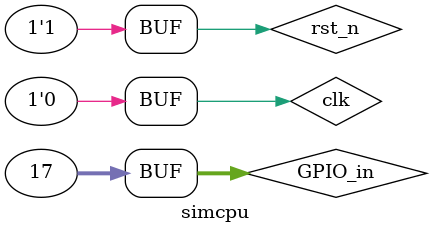
<source format=sv>
module simcpu;

    logic clk, rst_n;
    logic [31:0] GPIO_in, GPIO_out;

    cpu dut(
        .clk(clk),
        .rst_n(rst_n),
        .GPIO_in(GPIO_in),
        .GPIO_out(GPIO_out)
    );


   initial begin
        rst_n = 1'b0; #20;
			GPIO_in = 18'b000000000000010001; //18'b00_1111_0000_0000_0000;
        rst_n = 1'b1;
    end

    always begin
        clk = 1'b1; #5;
        clk = 1'b0; #5;
    end



    always @(posedge clk) begin
        $display("CPU output --->  %h", GPIO_out);
    end

endmodule

</source>
